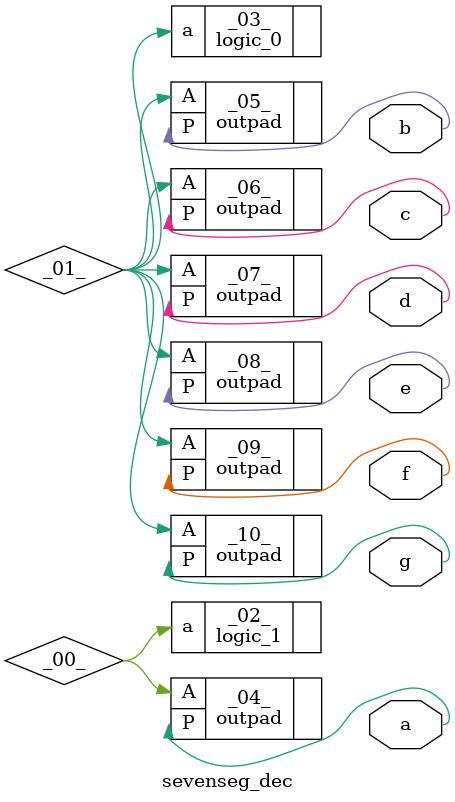
<source format=v>
/* Generated by Yosys 0.9+2406 (git sha1 9ac3484, x86_64-conda_cos6-linux-gnu-gcc 1.24.0.133_b0863d8_dirty -fvisibility-inlines-hidden -fmessage-length=0 -march=nocona -mtune=haswell -ftree-vectorize -fPIC -fstack-protector-strong -fno-plt -O2 -ffunction-sections -fdebug-prefix-map=/root/anaconda3/conda-bld/yosys_1607410735049/work=/usr/local/src/conda/yosys-0.8.0_0003_e80fb742f_20201208_122808 -fdebug-prefix-map=/home/veeracharyulu/qorc-sdk/fpga_toolchain_install/v1.3.1/conda=/usr/local/src/conda-prefix -fPIC -Os) */

(* top =  1  *)
(* src = "/home/veeracharyulu/qorc-sdk/vaman/trunk/fpga/sevenseg/codes/static/sevenseg_dec.v:1.1-26.10" *)
module sevenseg_dec(a, b, c, d, e, f, g);
  wire _00_;
  wire _01_;
  (* src = "/home/veeracharyulu/qorc-sdk/vaman/trunk/fpga/sevenseg/codes/static/sevenseg_dec.v:2.8-2.9" *)
  output a;
  (* src = "/home/veeracharyulu/qorc-sdk/vaman/trunk/fpga/sevenseg/codes/static/sevenseg_dec.v:2.10-2.11" *)
  output b;
  (* src = "/home/veeracharyulu/qorc-sdk/vaman/trunk/fpga/sevenseg/codes/static/sevenseg_dec.v:2.12-2.13" *)
  output c;
  (* src = "/home/veeracharyulu/qorc-sdk/vaman/trunk/fpga/sevenseg/codes/static/sevenseg_dec.v:2.14-2.15" *)
  output d;
  (* src = "/home/veeracharyulu/qorc-sdk/vaman/trunk/fpga/sevenseg/codes/static/sevenseg_dec.v:2.16-2.17" *)
  output e;
  (* src = "/home/veeracharyulu/qorc-sdk/vaman/trunk/fpga/sevenseg/codes/static/sevenseg_dec.v:2.18-2.19" *)
  output f;
  (* src = "/home/veeracharyulu/qorc-sdk/vaman/trunk/fpga/sevenseg/codes/static/sevenseg_dec.v:2.20-2.21" *)
  output g;
  logic_1 _02_ (
    .a(_00_)
  );
  logic_0 _03_ (
    .a(_01_)
  );
  (* keep = 32'd1 *)
  outpad #(
    .IO_LOC("X32Y32"),
    .IO_PAD("42"),
    .IO_TYPE("BIDIR")
  ) _04_ (
    .A(_00_),
    .P(a)
  );
  (* keep = 32'd1 *)
  outpad #(
    .IO_LOC("X30Y32"),
    .IO_PAD("38"),
    .IO_TYPE("BIDIR")
  ) _05_ (
    .A(_01_),
    .P(b)
  );
  (* keep = 32'd1 *)
  outpad #(
    .IO_LOC("X24Y32"),
    .IO_PAD("39"),
    .IO_TYPE("BIDIR")
  ) _06_ (
    .A(_01_),
    .P(c)
  );
  (* keep = 32'd1 *)
  outpad #(
    .IO_LOC("X22Y32"),
    .IO_PAD("34"),
    .IO_TYPE("BIDIR")
  ) _07_ (
    .A(_01_),
    .P(d)
  );
  (* keep = 32'd1 *)
  outpad #(
    .IO_LOC("X2Y31"),
    .IO_PAD("21"),
    .IO_TYPE("SDIOMUX")
  ) _08_ (
    .A(_01_),
    .P(e)
  );
  (* keep = 32'd1 *)
  outpad #(
    .IO_LOC("X1Y31"),
    .IO_PAD("20"),
    .IO_TYPE("SDIOMUX")
  ) _09_ (
    .A(_01_),
    .P(f)
  );
  (* keep = 32'd1 *)
  outpad #(
    .IO_LOC("X2Y30"),
    .IO_PAD("17"),
    .IO_TYPE("SDIOMUX")
  ) _10_ (
    .A(_01_),
    .P(g)
  );
endmodule

</source>
